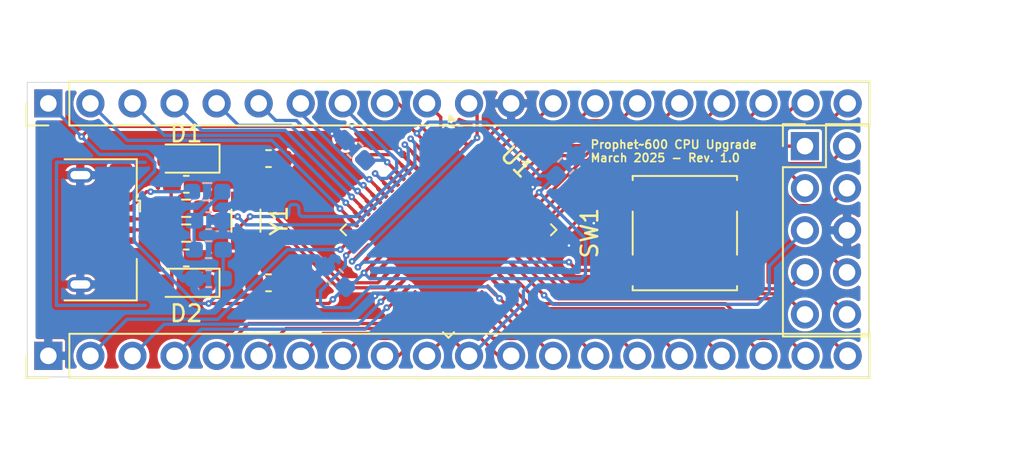
<source format=kicad_pcb>
(kicad_pcb
	(version 20241229)
	(generator "pcbnew")
	(generator_version "9.0")
	(general
		(thickness 1.6)
		(legacy_teardrops no)
	)
	(paper "A4")
	(layers
		(0 "F.Cu" signal)
		(2 "B.Cu" signal)
		(9 "F.Adhes" user "F.Adhesive")
		(11 "B.Adhes" user "B.Adhesive")
		(13 "F.Paste" user)
		(15 "B.Paste" user)
		(5 "F.SilkS" user "F.Silkscreen")
		(7 "B.SilkS" user "B.Silkscreen")
		(1 "F.Mask" user)
		(3 "B.Mask" user)
		(17 "Dwgs.User" user "User.Drawings")
		(19 "Cmts.User" user "User.Comments")
		(21 "Eco1.User" user "User.Eco1")
		(23 "Eco2.User" user "User.Eco2")
		(25 "Edge.Cuts" user)
		(27 "Margin" user)
		(31 "F.CrtYd" user "F.Courtyard")
		(29 "B.CrtYd" user "B.Courtyard")
		(35 "F.Fab" user)
		(33 "B.Fab" user)
		(39 "User.1" user)
		(41 "User.2" user)
		(43 "User.3" user)
		(45 "User.4" user)
		(47 "User.5" user)
		(49 "User.6" user)
		(51 "User.7" user)
		(53 "User.8" user)
		(55 "User.9" user)
	)
	(setup
		(stackup
			(layer "F.SilkS"
				(type "Top Silk Screen")
			)
			(layer "F.Paste"
				(type "Top Solder Paste")
			)
			(layer "F.Mask"
				(type "Top Solder Mask")
				(thickness 0.01)
			)
			(layer "F.Cu"
				(type "copper")
				(thickness 0.035)
			)
			(layer "dielectric 1"
				(type "core")
				(thickness 1.51)
				(material "FR4")
				(epsilon_r 4.5)
				(loss_tangent 0.02)
			)
			(layer "B.Cu"
				(type "copper")
				(thickness 0.035)
			)
			(layer "B.Mask"
				(type "Bottom Solder Mask")
				(thickness 0.01)
			)
			(layer "B.Paste"
				(type "Bottom Solder Paste")
			)
			(layer "B.SilkS"
				(type "Bottom Silk Screen")
			)
			(copper_finish "None")
			(dielectric_constraints no)
		)
		(pad_to_mask_clearance 0)
		(allow_soldermask_bridges_in_footprints no)
		(tenting front back)
		(pcbplotparams
			(layerselection 0x00000000_00000000_55555555_5755f5ff)
			(plot_on_all_layers_selection 0x00000000_00000000_00000000_00000000)
			(disableapertmacros no)
			(usegerberextensions no)
			(usegerberattributes yes)
			(usegerberadvancedattributes yes)
			(creategerberjobfile yes)
			(dashed_line_dash_ratio 12.000000)
			(dashed_line_gap_ratio 3.000000)
			(svgprecision 4)
			(plotframeref no)
			(mode 1)
			(useauxorigin no)
			(hpglpennumber 1)
			(hpglpenspeed 20)
			(hpglpendiameter 15.000000)
			(pdf_front_fp_property_popups yes)
			(pdf_back_fp_property_popups yes)
			(pdf_metadata yes)
			(pdf_single_document no)
			(dxfpolygonmode yes)
			(dxfimperialunits yes)
			(dxfusepcbnewfont yes)
			(psnegative no)
			(psa4output no)
			(plot_black_and_white yes)
			(plotinvisibletext no)
			(sketchpadsonfab no)
			(plotpadnumbers no)
			(hidednponfab no)
			(sketchdnponfab yes)
			(crossoutdnponfab yes)
			(subtractmaskfromsilk no)
			(outputformat 5)
			(mirror no)
			(drillshape 0)
			(scaleselection 1)
			(outputdirectory "Drawings/")
		)
	)
	(net 0 "")
	(net 1 "GND")
	(net 2 "/XTAL_P")
	(net 3 "/XTAL_N")
	(net 4 "/USB_D_P")
	(net 5 "/USB_D_N")
	(net 6 "/+VBus_Unfiltered")
	(net 7 "+5V")
	(net 8 "Net-(U1-UCAP)")
	(net 9 "/+VBus_Conn")
	(net 10 "/C1")
	(net 11 "/D0")
	(net 12 "/D6")
	(net 13 "/D2")
	(net 14 "/C7")
	(net 15 "/C5")
	(net 16 "/D3")
	(net 17 "/E1")
	(net 18 "/C3")
	(net 19 "/D7")
	(net 20 "/D5")
	(net 21 "/C2")
	(net 22 "/D1")
	(net 23 "/C0")
	(net 24 "/C6")
	(net 25 "/C4")
	(net 26 "/B7")
	(net 27 "/D4")
	(net 28 "/A6")
	(net 29 "/A3")
	(net 30 "/A2")
	(net 31 "/A0")
	(net 32 "/A5")
	(net 33 "/E2")
	(net 34 "/A1")
	(net 35 "/A7")
	(net 36 "/A4")
	(net 37 "/USB_T_D_P")
	(net 38 "/USB_T_D_N")
	(net 39 "/RESET")
	(net 40 "/F3")
	(net 41 "/B4")
	(net 42 "/F6")
	(net 43 "/F0")
	(net 44 "/F4")
	(net 45 "/E5")
	(net 46 "/F1")
	(net 47 "/B0")
	(net 48 "/F7")
	(net 49 "/E3")
	(net 50 "/F2")
	(net 51 "/B5")
	(net 52 "/B3")
	(net 53 "/B2")
	(net 54 "/B6")
	(net 55 "/E7")
	(net 56 "/E6")
	(net 57 "/F5")
	(net 58 "/B1")
	(net 59 "unconnected-(J5-ID-Pad4)")
	(footprint "Connector_USB:USB_Micro-B_Amphenol_10118193-0001LF_Horizontal" (layer "F.Cu") (at 54 34.3 -90))
	(footprint "Connector_PinHeader_2.54mm:PinHeader_2x05_P2.54mm_Vertical" (layer "F.Cu") (at 97.75 29.25))
	(footprint "Resistor_SMD:R_0603_1608Metric_Pad0.98x0.95mm_HandSolder" (layer "F.Cu") (at 60.397 34.5))
	(footprint "Crystal:Crystal_SMD_3215-2Pin_3.2x1.5mm" (layer "F.Cu") (at 64 33.75 -90))
	(footprint "Button_Switch_SMD:SW_SPST_B3S-1000" (layer "F.Cu") (at 90.5 34.5))
	(footprint "Connector_PinHeader_2.54mm:PinHeader_1x20_P2.54mm_Vertical" (layer "F.Cu") (at 52.07 26.67 90))
	(footprint "Diode_SMD:D_SOD-323_HandSoldering" (layer "F.Cu") (at 60.397 37.5 180))
	(footprint "Package_DFN_QFN:QFN-64-1EP_9x9mm_P0.5mm_EP7.5x7.5mm" (layer "F.Cu") (at 76.23 34.3 -45))
	(footprint "Capacitor_SMD:C_0603_1608Metric_Pad1.08x0.95mm_HandSolder" (layer "F.Cu") (at 70.59012 29.49012 -45))
	(footprint "Capacitor_SMD:C_0603_1608Metric_Pad1.08x0.95mm_HandSolder" (layer "F.Cu") (at 65.362501 30 180))
	(footprint "Capacitor_SMD:C_0603_1608Metric_Pad1.08x0.95mm_HandSolder" (layer "F.Cu") (at 60.397 36))
	(footprint "Diode_SMD:D_SOD-323_HandSoldering" (layer "F.Cu") (at 60.397 30 180))
	(footprint "Capacitor_SMD:C_0603_1608Metric_Pad1.08x0.95mm_HandSolder" (layer "F.Cu") (at 60.397 31.553))
	(footprint "Connector_PinHeader_2.54mm:PinHeader_1x20_P2.54mm_Vertical" (layer "F.Cu") (at 52.07 41.91 90))
	(footprint "Resistor_SMD:R_0603_1608Metric_Pad0.98x0.95mm_HandSolder" (layer "F.Cu") (at 60.397 33))
	(footprint "Capacitor_SMD:C_0603_1608Metric_Pad1.08x0.95mm_HandSolder" (layer "F.Cu") (at 65.362501 37.5 180))
	(footprint "Capacitor_SMD:C_0603_1608Metric_Pad1.08x0.95mm_HandSolder" (layer "B.Cu") (at 69.39012 37.14012 135))
	(footprint "Capacitor_SMD:C_0603_1608Metric_Pad1.08x0.95mm_HandSolder" (layer "B.Cu") (at 83.30988 30.44012 45))
	(footprint "Resistor_SMD:R_0603_1608Metric_Pad0.98x0.95mm_HandSolder" (layer "B.Cu") (at 61.6625 32 180))
	(footprint "Capacitor_SMD:C_0603_1608Metric_Pad1.08x0.95mm_HandSolder" (layer "B.Cu") (at 70.59012 29.49012 135))
	(footprint "Capacitor_SMD:C_0603_1608Metric_Pad1.08x0.95mm_HandSolder" (layer "B.Cu") (at 61.75 33.75))
	(footprint "Capacitor_SMD:C_0603_1608Metric_Pad1.08x0.95mm_HandSolder" (layer "B.Cu") (at 61.75 37.25 180))
	(footprint "Inductor_SMD:L_0603_1608Metric_Pad1.05x0.95mm_HandSolder" (layer "B.Cu") (at 61.75 35.5))
	(gr_rect
		(start 50.8 25.4)
		(end 101.6 43.18)
		(stroke
			(width 0.05)
			(type default)
		)
		(fill no)
		(layer "Edge.Cuts")
		(uuid "3e003ae7-0e37-4d46-97de-369c6ad09da2")
	)
	(gr_text "Prophet~600 CPU Upgrade\nMarch 2025 - Rev. 1.0\n"
		(at 84.75 30.25 0)
		(layer "F.SilkS")
		(uuid "b4890089-e904-4262-9a2c-3f133fa3b9b3")
		(effects
			(font
				(size 0.5 0.5)
				(thickness 0.1)
			)
			(justify left bottom)
		)
	)
	(segment
		(start 52.563 38.864)
		(end 57.923 38.864)
		(width 0.2)
		(layer "B.Cu")
		(net 0)
		(uuid "6e64fd9f-81ec-41e4-9257-8c1db3d531b0")
	)
	(segment
		(start 52.563 30.224)
		(end 57.923 30.224)
		(width 0.2)
		(layer "B.Cu")
		(net 0)
		(uuid "7e04b44a-1a48-4313-8eb7-7a954881fa95")
	)
	(segment
		(start 52.563 38.864)
		(end 52.563 30.224)
		(width 0.2)
		(layer "B.Cu")
		(net 0)
		(uuid "b2b9268e-10e7-48a6-8eca-a7729b3de4db")
	)
	(segment
		(start 77.052012 28.881794)
		(end 77.052012 28.881795)
		(width 0.2)
		(layer "F.Cu")
		(net 1)
		(uuid "0e562919-bce5-42b0-9af9-96118fac3ede")
	)
	(segment
		(start 69.6 28.5)
		(end 69.98024 28.88024)
		(width 0.2)
		(layer "F.Cu")
		(net 1)
		(uuid "0f15d614-f831-4e94-9cb9-a625b9c81019")
	)
	(segment
		(start 80.587546 32.417328)
		(end 80.622105 32.417328)
		(width 0.2)
		(layer "F.Cu")
		(net 1)
		(uuid "1b336b2a-3816-490e-92e5-011fbd4e8fa5")
	)
	(segment
		(start 80.587546 32.417328)
		(end 80.618222 32.417328)
		(width 0.2)
		(layer "F.Cu")
		(net 1)
		(uuid "2987e664-d63e-4858-8d2a-aa210367082e")
	)
	(segment
		(start 77.052012 28.881795)
		(end 77.405565 29.235348)
		(width 0.2)
		(layer "F.Cu")
		(net 1)
		(uuid "362f0905-8be8-4052-bb60-23a92c532721")
	)
	(segment
		(start 74.096008 30.296008)
		(end 76.23 32.43)
		(width 0.2)
		(layer "F.Cu")
		(net 1)
		(uuid "42e4c572-911c-46f7-a5c1-4ae4a74840b2")
	)
	(segment
		(start 78.704874 34.3)
		(end 76.23 34.3)
		(width 0.2)
		(layer "F.Cu")
		(net 1)
		(uuid "42ffe09a-7e36-4d1e-b79e-da7cf252ae5e")
	)
	(segment
		(start 73.993775 30.268212)
		(end 73.237117 29.511554)
		(width 0.2)
		(layer "F.Cu")
		(net 1)
		(uuid "4c6bceec-7ec8-4e9c-927b-1cad5350e17b")
	)
	(segment
		(start 72.605803 28.88024)
		(end 73.237117 29.511554)
		(width 0.2)
		(layer "F.Cu")
		(net 1)
		(uuid "54815b71-f749-469b-849e-18ef8b280a66")
	)
	(segment
		(start 72.226008 36.536225)
		(end 74.462233 34.3)
		(width 0.2)
		(layer "F.Cu")
		(net 1)
		(uuid "56d79eed-815a-48f8-9b87-667136ad0757")
	)
	(segment
		(start 80.587546 32.417328)
		(end 78.704874 34.3)
		(width 0.2)
		(layer "F.Cu")
		(net 1)
		(uuid "744742a5-0df5-423c-91ba-55f074410913")
	)
	(segment
		(start 76.23 30.410913)
		(end 77.405565 29.235348)
		(width 0.2)
		(layer "F.Cu")
		(net 1)
		(uuid "7b547657-1503-49f4-900b-94a605829ab3")
	)
	(segment
		(start 76.23 34.3)
		(end 76.23 30.410913)
		(width 0.2)
		(layer "F.Cu")
		(net 1)
		(uuid "7d5a1228-4f3b-48a1-b03e-d1acd7426c5f")
	)
	(segment
		(start 76.23 32.43)
		(end 76.23 34.3)
		(width 0.2)
		(layer "F.Cu")
		(net 1)
		(uuid "a7879c38-4435-4782-87f2-bce6fba41265")
	)
	(segment
		(start 80.622105 32.417328)
		(end 81.317386 31.722047)
		(width 0.2)
		(layer "F.Cu")
		(net 1)
		(uuid "ab66a14a-09ae-40cf-9fa7-18bdacdddaf0")
	)
	(segment
		(start 73.993775 30.296008)
		(end 74.096008 30.296008)
		(width 0.2)
		(layer "F.Cu")
		(net 1)
		(uuid "be60c49d-0485-43aa-87f0-3f87f83649a8")
	)
	(segment
		(start 73.993775 30.296008)
		(end 73.993775 30.268212)
		(width 0.2)
		(layer "F.Cu")
		(net 1)
		(uuid "c341c100-b82c-4996-abd3-6f842a96f6c7")
	)
	(segment
		(start 69.66048 29.2)
		(end 69.98024 28.88024)
		(width 0.2)
		(layer "F.Cu")
		(net 1)
		(uuid "ccdacea8-7772-4e45-b532-dbc7efab47c4")
	)
	(segment
		(start 69.2 28.5)
		(end 69.6 28.5)
		(width 0.2)
		(layer "F.Cu")
		(net 1)
		(uuid "cdcd656e-5e61-4190-a34f-08794b5448b5")
	)
	(segment
		(start 69.98024 28.88024)
		(end 72.605803 28.88024)
		(width 0.2)
		(layer "F.Cu")
		(net 1)
		(uuid "dee64817-b60f-4621-ba98-0660f60b24ee")
	)
	(segment
		(start 74.462233 34.3)
		(end 76.23 34.3)
		(width 0.2)
		(layer "F.Cu")
		(net 1)
		(uuid "eb2454d8-6553-48fa-9820-1c78c0cdaf92")
	)
	(via
		(at 85 33.9)
		(size 0.4)
		(drill 0.15)
		(layers "F.Cu" "B.Cu")
		(free yes)
		(net 1)
		(uuid "015ec979-b055-48ac-b09b-23eb1301045e")
	)
	(via
		(at 73.237117 29.511554)
		(size 0.4)
		(drill 0.15)
		(layers "F.Cu" "B.Cu")
		(net 1)
		(uuid "016c425c-51dc-4e2e-8b4c-3d5413d5aeac")
	)
	(via
		(at 83.5 35.25)
		(size 0.4)
		(drill 0.15)
		(layers "F.Cu" "B.Cu")
		(free yes)
		(net 1)
		(uuid "2d899c05-fafb-4c83-b2bc-5abf305b7231")
	)
	(via
		(at 81.317386 31.722047)
		(size 0.4)
		(drill 0.15)
		(layers "F.Cu" "B.Cu")
		(net 1)
		(uuid "4980a044-950a-442b-8933-73c55b827bbd")
	)
	(via
		(at 69.2 28.5)
		(size 0.4)
		(drill 0.15)
		(layers "F.Cu" "B.Cu")
		(net 1)
		(uuid "6bb74547-c88c-4a4e-8fbc-eb2eb9eea014")
	)
	(via
		(at 71.79289 38.29289)
		(size 0.4)
		(drill 0.15)
		(layers "F.Cu" "B.Cu")
		(free yes)
		(net 1)
		(uuid "ec1a2f6a-2825-4214-85af-59ff0952bbc3")
	)
	(segment
		(start 69.98024 28.88024)
		(end 69.58024 28.88024)
		(width 0.2)
		(layer "B.Cu")
		(net 1)
		(uuid "51cdc66e-52f1-4c3d-aaa8-0857fcf39f55")
	)
	(segment
		(start 69.58024 28.88024)
		(end 69.2 28.5)
		(width 0.2)
		(layer "B.Cu")
		(net 1)
		(uuid "ce249a00-d647-43da-a8bc-ce7f7b104d74")
	)
	(segment
		(start 66.75 35)
		(end 69.551 37.801)
		(width 0.2)
		(layer "F.Cu")
		(net 2)
		(uuid "0590e219-c491-4e7d-bef0-ae944464ce49")
	)
	(segment
		(start 65.187584 34.76)
		(end 65.187584 34.744476)
		(width 0.2)
		(layer "F.Cu")
		(net 2)
		(uuid "06ce25f5-4d86-4a93-b947-e9e81d5a8e38")
	)
	(segment
		(start 72.375447 37.801)
		(end 72.933115 37.243332)
		(width 0.2)
		(layer "F.Cu")
		(net 2)
		(uuid "27a76b29-55a1-4da5-b3a4-7e03a4d4d034")
	)
	(segment
		(start 64.612501 37.5)
		(end 64.612501 35.6125)
		(width 0.2)
		(layer "F.Cu")
		(net 2)
		(uuid "3c9ec6bf-b7e6-4e8f-8e03-f912d634c322")
	)
	(segment
		(start 65.427584 34.504476)
		(end 65.547584 34.504476)
		(width 0.2)
		(layer "F.Cu")
		(net 2)
		(uuid "8b251772-90db-4a1b-8319-e3dd72d62e75")
	)
	(segment
		(start 65.787584 34.744476)
		(end 65.787584 34.76)
		(width 0.2)
		(layer "F.Cu")
		(net 2)
		(uuid "9549ab86-499c-45dc-bc5b-af823b1976a6")
	)
	(segment
		(start 66.027584 35)
		(end 66.147584 35)
		(width 0.2)
		(layer "F.Cu")
		(net 2)
		(uuid "9c9d23fb-d89c-4cec-aa9b-489dad30a908")
	)
	(segment
		(start 69.551 37.801)
		(end 72.375447 37.801)
		(width 0.2)
		(layer "F.Cu")
		(net 2)
		(uuid "bb6c43e1-5ce5-4b03-bbae-affa772fc610")
	)
	(segment
		(start 64.000001 35)
		(end 64.947584 35)
		(width 0.2)
		(layer "F.Cu")
		(net 2)
		(uuid "d361f094-5c17-4add-be52-1b6118802292")
	)
	(segment
		(start 64.612501 35.6125)
		(end 64 34.999999)
		(width 0.2)
		(layer "F.Cu")
		(net 2)
		(uuid "d72e660e-1f88-47be-ab97-d94a756c86e7")
	)
	(segment
		(start 64 34.999999)
		(end 64.000001 35)
		(width 0.2)
		(layer "F.Cu")
		(net 2)
		(uuid "e335820d-96f3-48db-b76e-0429785420cf")
	)
	(segment
		(start 66.147584 35)
		(end 66.75 35)
		(width 0.2)
		(layer "F.Cu")
		(net 2)
		(uuid "f6094634-e93c-4b2d-a771-37e1b5bd3213")
	)
	(arc
		(start 65.547584 34.504476)
		(mid 65.71729 34.57477)
		(end 65.787584 34.744476)
		(width 0.2)
		(layer "F.Cu")
		(net 2)
		(uuid "6c533be0-08e2-4260-a114-059f7ee13109")
	)
	(arc
		(start 65.187584 34.744476)
		(mid 65.257878 34.57477)
		(end 65.427584 34.504476)
		(width 0.2)
		(layer "F.Cu")
		(net 2)
		(uuid "b9b5c86c-e41a-4e2c-a505-ccbb107b2820")
	)
	(arc
		(start 65.787584 34.76)
		(mid 65.857878 34.929706)
		(end 66.027584 35)
		(width 0.2)
		(layer "F.Cu")
		(net 2)
		(uuid "bcd609ca-c682-45b0-90d2-6efd36fd543a")
	)
	(arc
		(start 64.947584 35)
		(mid 65.11729 34.929706)
		(end 65.187584 34.76)
		(width 0.2)
		(layer "F.Cu")
		(net 2)
		(uuid "d4273c52-823b-4a7e-a50b-a6d88eb95cce")
	)
	(segment
		(start 71.96934 37.5)
		(end 69.75 37.5)
		(width 0.2)
		(layer "F.Cu")
		(net 3)
		(uuid "0232274e-b34f-40aa-97a3-bda7f8585c0d")
	)
	(segment
		(start 65.90855 33.65855)
		(end 65.901 33.6661)
		(width 0.2)
		(layer "F.Cu")
		(net 3)
		(uuid "089b7dbf-983a-4799-b2db-88c2c45473a2")
	)
	(segment
		(start 64.750001 32.500001)
		(end 64 32.500001)
		(width 0.2)
		(layer "F.Cu")
		(net 3)
		(uuid "3cb76dad-e01e-4d9d-afe2-54b5a3b020c0")
	)
	(segment
		(start 64.612501 30)
		(end 64.612501 31.8875)
		(width 0.2)
		(layer "F.Cu")
		(net 3)
		(uuid "440dd9c1-c7f2-4a45-8868-0b19a2c70aa6")
	)
	(segment
		(start 69.75 37.5)
		(end 66 33.75)
		(width 0.2)
		(layer "F.Cu")
		(net 3)
		(uuid "55c28501-65af-4846-8101-ac67095ebd0d")
	)
	(segment
		(start 64.612501 31.8875)
		(end 64 32.500001)
		(width 0.2)
		(layer "F.Cu")
		(net 3)
		(uuid "55cd29cd-6f38-43ba-ae82-7c7b4edff84e")
	)
	(segment
		(start 66 33.75)
		(end 65.90855 33.65855)
		(width 0.2)
		(layer "F.Cu")
		(net 3)
		(uuid "5af1af7b-9bc9-41d2-b63f-962ef268900a")
	)
	(segment
		(start 66 33.75)
		(end 64.750001 32.500001)
		(width 0.2)
		(layer "F.Cu")
		(net 3)
		(uuid "85e8b108-ceb0-4b9b-9b7e-45f71fd6c8e7")
	)
	(segment
		(start 72.579561 36.889779)
		(end 71.96934 37.5)
		(width 0.2)
		(layer "F.Cu")
		(net 3)
		(uuid "df2b80ee-2c6b-4362-a6c4-ce96015d5d7c")
	)
	(segment
		(start 59.522 36.0125)
		(end 59.5345 36)
		(width 0.2)
		(layer "F.Cu")
		(net 4)
		(uuid "1d09a090-4854-40ec-bbc0-a1be111ce7c7")
	)
	(segment
		(start 59.4845 34.5)
		(end 59.4845 35.95)
		(width 0.2)
		(layer "F.Cu")
		(net 4)
		(uuid "59902384-de5d-4506-9b28-51d492d0f302")
	)
	(segment
		(start 59.2845 34.3)
		(end 59.4845 34.5)
		(width 0.2)
		(layer "F.Cu")
		(net 4)
		(uuid "68f5bc4e-b4b8-481e-808a-dc4ca57ad17d")
	)
	(segment
		(start 59.4845 35.95)
		(end 59.5345 36)
		(width 0.2)
		(layer "F.Cu")
		(net 4)
		(uuid "6951da37-e8ce-449b-93fd-c415e8d7f673")
	)
	(segment
		(start 59.522 37.5)
		(end 59.522 36.0125)
		(width 0.2)
		(layer "F.Cu")
		(net 4)
		(uuid "6fee9299-c97d-497c-adf4-ac094084f5f4")
	)
	(segment
		(start 56.675001 34.3)
		(end 59.2845 34.3)
		(width 0.2)
		(layer "F.Cu")
		(net 4)
		(uuid "994d71a8-4fe0-4865-8cf3-b92678625887")
	)
	(segment
		(start 58.8345 33.65)
		(end 59.4845 33)
		(width 0.2)
		(layer "F.Cu")
		(net 5)
		(uuid "3d50e517-7fd5-43c2-bebc-230e21a34389")
	)
	(segment
		(start 59.6595 31.653)
		(end 59.7095 31.603)
		(width 0.2)
		(layer "F.Cu")
		(net 5)
		(uuid "64b37b04-c2e5-444a-960a-dd902477d17c")
	)
	(segment
		(start 59.4845 33)
		(end 59.4845 31.603)
		(width 0.2)
		(layer "F.Cu")
		(net 5)
		(uuid "978f99b2-2d96-4fd6-a4ad-ca5368322b28")
	)
	(segment
		(start 59.522 31.5405)
		(end 59.5345 31.553)
		(width 0.2)
		(layer "F.Cu")
		(net 5)
		(uuid "99203ee8-71fc-440c-b46b-f2146b5974fe")
	)
	(segment
		(start 59.4845 31.603)
		(end 59.5345 31.553)
		(width 0.2)
		(layer "F.Cu")
		(net 5)
		(uuid "a0710488-f197-4835-9e83-bc28f369a477")
	)
	(segment
		(start 59.522 30)
		(end 59.522 31.5405)
		(width 0.2)
		(layer "F.Cu")
		(net 5)
		(uuid "e961ed6b-623d-4c5a-83bb-100427b95e18")
	)
	(segment
		(start 59.647 31.653)
		(end 59.697 31.603)
		(width 0.2)
		(layer "F.Cu")
		(net 5)
		(uuid "f6407939-76ba-4a83-ac7c-461f673a9ee0")
	)
	(segment
		(start 56.675 33.65)
		(end 58.8345 33.65)
		(width 0.2)
		(layer "F.Cu")
		(net 5)
		(uuid "f70a648d-759b-4572-96f5-d03f143ac732")
	)
	(segment
		(start 62.575 32)
		(end 62.520953 32)
		(width 0.2)
		(layer "B.Cu")
		(net 6)
		(uuid "177a00ac-b409-449b-a18f-7527a6ced271")
	)
	(segment
		(start 62.575 32.062499)
		(end 60.887499 33.75)
		(width 0.2)
		(layer "B.Cu")
		(net 6)
		(uuid "8dddaa6b-c5d2-4ef0-b68a-0247747216da")
	)
	(segment
		(start 62.575 32)
		(end 62.575 32.062499)
		(width 0.2)
		(layer "B.Cu")
		(net 6)
		(uuid "b1b8d811-430c-462a-94ad-98d0f03ebbc0")
	)
	(segment
		(start 60.875001 33.699999)
		(end 60.875001 35.5)
		(width 0.2)
		(layer "B.Cu")
		(net 6)
		(uuid "e1fcc0b0-f9e6-4148-b6fa-4f2f68ded0f2")
	)
	(segment
		(start 62.575 32)
		(end 60.875001 33.699999)
		(width 0.2)
		(layer "B.Cu")
		(net 6)
		(uuid "f289299f-e9c5-4eb2-9c90-5315d7e8d228")
	)
	(segment
		(start 73.286668 31.003115)
		(end 73.286668 30.975321)
		(width 0.2)
		(layer "F.Cu")
		(net 7)
		(uuid "32a28282-ff5c-4f13-8849-f55f4f94623b")
	)
	(segment
		(start 74.309544 28.490456)
		(end 75.054435 29.235348)
		(width 0.2)
		(layer "F.Cu")
		(net 7)
		(uuid "3469cab3-d3c6-472e-865f-81482d95ed93")
	)
	(segment
		(start 71.845214 36.182672)
		(end 71.127886 36.9)
		(width 0.2)
		(layer "F.Cu")
		(net 7)
		(uuid "34b3084f-8935-47f9-9477-f727968e663d")
	)
	(segment
		(start 76.698458 28.098458)
		(end 76.698458 28.528241)
		(width 0.2)
		(layer "F.Cu")
		(net 7)
		(uuid "3e462a04-83aa-4aeb-8586-48e5ac9b30ab")
	)
	(segment
		(start 54.691983 28.058017)
		(end 70.4 28.058017)
		(width 0.2)
		(layer "F.Cu")
		(net 7)
		(uuid "6148e07b-61e8-4025-bbc8-342ac8717709")
	)
	(segment
		(start 69 38.75)
		(end 69.25 38.5)
		(width 0.2)
		(layer "F.Cu")
		(net 7)
		(uuid "74e86fb4-4195-41c0-a3c5-1952f8d1c506")
	)
	(segment
		(start 76.698458 41.138458)
		(end 76.698458 40.071759)
		(width 0.2)
		(layer "F.Cu")
		(net 7)
		(uuid "9051201a-7400-4da7-a133-b83d93dffb76")
	)
	(segment
		(start 74.309544 28.490456)
		(end 74.311468 28.490456)
		(width 0.2)
		(layer "F.Cu")
		(net 7)
		(uuid "95f4080d-18f8-42f3-ae63-6384716e4065")
	)
	(segment
		(start 77.47 41.91)
		(end 76.698458 41.138458)
		(width 0.2)
		(layer "F.Cu")
		(net 7)
		(uuid "97d70e11-e8c5-486c-a2d0-815be9896078")
	)
	(segment
		(start 61.75 38.75)
		(end 69 38.75)
		(width 0.2)
		(layer "F.Cu")
		(net 7)
		(uuid "a1006fd7-27bd-4427-a0ad-d4a46112dfe9")
	)
	(segment
		(start 76.4 27.8)
		(end 76.698458 28.098458)
		(width 0.2)
		(layer "F.Cu")
		(net 7)
		(uuid "afae4c83-0f14-413b-98f0-2b2b3e148613")
	)
	(segment
		(start 80.973576 32.770882)
		(end 81.697031 32.047427)
		(width 0.2)
		(layer "F.Cu")
		(net 7)
		(uuid "b141e3b6-3c28-4d1e-9faa-921215a97547")
	)
	(segment
		(start 73.877104 28.058017)
		(end 74.309544 28.490456)
		(width 0.2)
		(layer "F.Cu")
		(net 7)
		(uuid "bab80212-4e4e-45c3-a09b-6d9dbb017f53")
	)
	(segment
		(start 70.4 28.058017)
		(end 73.877104 28.058017)
		(width 0.2)
		(layer "F.Cu")
		(net 7)
		(uuid "bc6b27f5-5d74-4726-852e-8fa9a5d6d2d6")
	)
	(segment
		(start 80.941099 32.770882)
		(end 80.971778 32.770882)
		(width 0.2)
		(layer "F.Cu")
		(net 7)
		(uuid "e418821e-8d65-4bcf-9758-d92c211121c8")
	)
	(segment
		(start 74.311468 28.490456)
		(end 74.323432 28.478492)
		(width 0.2)
		(layer "F.Cu")
		(net 7)
		(uuid "e5fb0ff3-2a07-4cd9-835a-4db8a5f0796a")
	)
	(segment
		(start 71.127886 36.9)
		(end 71.027886 37)
		(width 0.2)
		(layer "F.Cu")
		(net 7)
		(uuid "ea2b9747-fa96-4def-876b-6a099f8ed2a1")
	)
	(segment
		(start 71.872454 36.182672)
		(end 71.845214 36.182672)
		(width 0.2)
		(layer "F.Cu")
		(net 7)
		(uuid "efb69064-b24c-43d1-9a84-659914375c1b")
	)
	(segment
		(start 73.286668 30.975321)
		(end 72.530091 30.218744)
		(width 0.2)
		(layer "F.Cu")
		(net 7)
		(uuid "f26d7a01-aeba-448e-87a3-cbfd30586b08")
	)
	(segment
		(start 80.941099 32.770882)
		(end 80.973576 32.770882)
		(width 0.2)
		(layer "F.Cu")
		(net 7)
		(uuid "f436f54a-a63b-4356-925c-ee7a9637033e")
	)
	(segment
		(start 54.075 28.675)
		(end 54.691983 28.058017)
		(width 0.2)
		(layer "F.Cu")
		(net 7)
		(uuid "f91d0279-67f6-40f7-a702-05631f6fcfce")
	)
	(via
		(at 70.4 28.058017)
		(size 0.4)
		(drill 0.15)
		(layers "F.Cu" "B.Cu")
		(net 7)
		(uuid "1d08ac88-54c7-49ac-be11-5fe8443c4599")
	)
	(via
		(at 76.4 27.8)
		(size 0.4)
		(drill 0.15)
		(layers "F.Cu" "B.Cu")
		(net 7)
		(uuid "2b78e116-9dc7-4faf-bbff-360f83a0f6df")
	)
	(via
		(at 71.127886 36.9)
		(size 0.4)
		(drill 0.15)
		(layers "F.Cu" "B.Cu")
		(net 7)
		(uuid "2cdb092f-f47c-4c57-8bd0-b7b1a718c8ca")
	)
	(via
		(at 54.075 28.675)
		(size 0.4)
		(drill 0.15)
		(layers "F.Cu" "B.Cu")
		(net 7)
		(uuid "46bc6158-238e-42aa-b68f-f78b3f9879ac")
	)
	(via
		(at 61.75 38.75)
		(size 0.4)
		(drill 0.15)
		(layers "F.Cu" "B.Cu")
		(net 7)
		(uuid "472cde7c-303c-4bbe-8c0c-f047ccfbe039")
	)
	(via
		(at 69.25 38.5)
		(size 0.4)
		(drill 0.15)
		(layers "F.Cu" "B.Cu")
		(net 7)
		(uuid "5dd04597-049f-4118-b014-088e7b04723e")
	)
	(via
		(at 74.323432 28.478492)
		(size 0.4)
		(drill 0.15)
		(layers "F.Cu" "B.Cu")
		(net 7)
		(uuid "6790f278-27c7-4f1f-85dc-52c511e89680")
	)
	(via
		(at 72.530091 30.218744)
		(size 0.4)
		(drill 0.15)
		(layers "F.Cu" "B.Cu")
		(net 7)
		(uuid "91883168-e824-4153-a9cc-e7903ec7ded0")
	)
	(via
		(at 81.697031 32.047427)
		(size 0.4)
		(drill 0.15)
		(layers "F.Cu" "B.Cu")
		(net 7)
		(uuid "de8457b8-d182-4327-abfa-3877158885c6")
	)
	(segment
		(start 70.277886 37.75)
		(end 71.127886 36.9)
		(width 0.2)
		(layer "B.Cu")
		(net 7)
		(uuid "02a177be-68a7-466f-bbf9-e70634ce0dd3")
	)
	(segment
		(start 84.5 34.850396)
		(end 81.697031 32.047427)
		(width 0.2)
		(layer "B.Cu")
		(net 7)
		(uuid "08a40317-80a8-4984-9326-72daeaa5e931")
	)
	(segment
		(start 62.25 37.612501)
		(end 62.612501 37.25)
		(width 0.2)
		(layer "B.Cu")
		(net 7)
		(uuid "0df3780c-9dc3-4268-8000-e911274a5cf6")
	)
	(segment
		(start 82.694458 31.05)
		(end 81.697031 32.047427)
		(width 0.2)
		(layer "B.Cu")
		(net 7)
		(uuid "12a671eb-a5bb-4c03-afb7-318600068242")
	)
	(segment
		(start 82.7 31.05)
		(end 82.694458 31.05)
		(width 0.2)
		(layer "B.Cu")
		(net 7)
		(uuid "1d0babb6-d8e3-4ae4-bf2f-aaa65fbb8ed8")
	)
	(segment
		(start 78.5 27.8)
		(end 81.75 31.05)
		(width 0.2)
		(layer "B.Cu")
		(net 7)
		(uuid "379370d3-1f1b-47e6-aea7-8623add84896")
	)
	(segment
		(start 81.75 31.05)
		(end 82.7 31.05)
		(width 0.2)
		(layer "B.Cu")
		(net 7)
		(uuid "3d52914d-a75d-4e9d-88cc-49e05defd5e3")
	)
	(segment
		(start 54.075 28.675)
		(end 54.2 28.8)
		(width 0.2)
		(layer "B.Cu")
		(net 7)
		(uuid "4495c3fd-aa3e-4512-b296-86a2569718db")
	)
	(segment
		(start 75.001924 27.8)
		(end 74.323432 28.478492)
		(width 0.2)
		(layer "B.Cu")
		(net 7)
		(uuid "449ca746-c680-453d-83c3-17cbeda8a342")
	)
	(segment
		(start 70 37.75)
		(end 70.277886 37.75)
		(width 0.2)
		(layer "B.Cu")
		(net 7)
		(uuid "4cb878c4-5a82-4740-b0dc-2cd118b5dd35")
	)
	(segment
		(start 81.5 37.25)
		(end 84.25 37.25)
		(width 0.2)
		(layer "B.Cu")
		(net 7)
		(uuid "4d870eeb-d068-47f5-b4e4-46f9f1c1e058")
	)
	(segment
		(start 80.75 38)
		(end 81.5 37.25)
		(width 0.2)
		(layer "B.Cu")
		(net 7)
		(uuid "54e93739-a9f3-484b-9842-ccd927ab2279")
	)
	(segment
		(start 61.75 38.75)
		(end 62.25 38.25)
		(width 0.2)
		(layer "B.Cu")
		(net 7)
		(uuid "5629c6ed-7cd1-4c29-91a6-75a694aaca4f")
	)
	(segment
		(start 55.15 29.75)
		(end 54.075 28.675)
		(width 0.2)
		(layer "B.Cu")
		(net 7)
		(uuid "594ec6fa-05b0-441a-a2d7-6a68e5d8e5a8")
	)
	(segment
		(start 58.5 30.75)
		(end 58.5 30.25)
		(width 0.2)
		(layer "B.Cu")
		(net 7)
		(uuid "5c5cb568-71d9-402e-ab5e-3448451cb5e0")
	)
	(segment
		(start 72.411347 30.1)
		(end 72.530091 30.218744)
		(width 0.2)
		(layer "B.Cu")
		(net 7)
		(uuid "5e0c7f77-22a3-491a-b0c8-15f84ce10533")
	)
	(segment
		(start 57.25 35)
		(end 57.25 32)
		(width 0.2)
		(layer "B.Cu")
		(net 7)
		(uuid "5e721502-57ac-401a-adf5-4f89d1998a0e")
	)
	(segment
		(start 70.4 28.088653)
		(end 70.4 28.058017)
		(width 0.2)
		(layer "B.Cu")
		(net 7)
		(uuid "60d4ebcc-5485-43fc-9299-31c736bc4ba8")
	)
	(segment
		(start 76.4 27.8)
		(end 78.5 27.8)
		(width 0.2)
		(layer "B.Cu")
		(net 7)
		(uuid "6594ccc9-9b96-41e7-8dca-17c0bd24d361")
	)
	(segment
		(start 80.75 38.75)
		(end 80.75 38)
		(width 0.2)
		(layer "B.Cu")
		(net 7)
		(uuid "6aa5cb74-363a-4516-9411-530fdcb3833e")
	)
	(segment
		(start 76.4 27.8)
		(end 75.001924 27.8)
		(width 0.2)
		(layer "B.Cu")
		(net 7)
		(uuid "6d88038e-7bcf-478e-9de4-86302122f40a")
	)
	(segment
		(start 70 37.75)
		(end 69.25 38.5)
		(width 0.2)
		(layer "B.Cu")
		(net 7)
		(uuid "6e941c34-f772-490d-8bdb-3d3e1e067889")
	)
	(segment
		(start 81.5 37.25)
		(end 71.477886 37.25)
		(width 0.2)
		(layer "B.Cu")
		(net 7)
		(uuid "81e0fb12-6864-4217-baa7-797966505c5a")
	)
	(segment
		(start 54.075 28.675)
		(end 52.07 26.67)
		(width 0.2)
		(layer "B.Cu")
		(net 7)
		(uuid "83ac389e-9943-4d7b-bbb3-8dc835915bd9")
	)
	(segment
		(start 84.5 37)
		(end 84.5 34.850396)
		(width 0.2)
		(layer "B.Cu")
		(net 7)
		(uuid "88b0772f-cb09-41f0-8fc6-be7d78c4fd9f")
	)
	(segment
		(start 61.75 38.75)
		(end 61 38.75)
		(width 0.2)
		(layer "B.Cu")
		(net 7)
		(uuid "90288e1a-4e80-41f2-932c-4e2a0ef792a6")
	)
	(segment
		(start 84.25 37.25)
		(end 84.5 37)
		(width 0.2)
		(layer "B.Cu")
		(net 7)
		(uuid "99a6a32f-faed-4b78-85e3-2e1f2f8f705d")
	)
	(segment
		(start 62.25 38.25)
		(end 62.25 37.612501)
		(width 0.2)
		(layer "B.Cu")
		(net 7)
		(uuid "b3111c69-3180-4917-a109-597202c0b37c")
	)
	(segment
		(start 77.47 41.91)
		(end 77.59 41.91)
		(width 0.2)
		(layer "B.Cu")
		(net 7)
		(uuid "b56dffe3-ef31-4f27-ac6c-c2b2404923a2")
	)
	(segment
		(start 62.624999 37.237502)
		(end 62.612501 37.25)
		(width 0.2)
		(layer "B.Cu")
		(net 7)
		(uuid "b5d39e57-ec61-41c9-b33c-173a1eba3a81")
	)
	(segment
		(start 71.2 30.1)
		(end 72.411347 30.1)
		(width 0.2)
		(layer "B.Cu")
		(net 7)
		(uuid "b6e4f7f2-73ad-417f-b057-4a5055e3e786")
	)
	(segment
		(start 72.530091 30.218744)
		(end 70.4 28.088653)
		(width 0.2)
		(layer "B.Cu")
		(net 7)
		(uuid "cbbd1e44-049b-4fb1-9c6b-4f98e3bfbca0")
	)
	(segment
		(start 61 38.75)
		(end 57.25 35)
		(width 0.2)
		(layer "B.Cu")
		(net 7)
		(uuid "cda7b1ce-2490-48d6-86b0-c818c8bb0951")
	)
	(segment
		(start 58 29.75)
		(end 55.15 29.75)
		(width 0.2)
		(layer "B.Cu")
		(net 7)
		(uuid "d5950aa7-4645-4188-ad8d-df6ef745060d")
	)
	(segment
		(start 58.5 30.25)
		(end 58 29.75)
		(width 0.2)
		(layer "B.Cu")
		(net 7)
		(uuid "dd9300a2-684a-4bc9-8d32-c5eb443a8c4a")
	)
	(segment
		(start 57.25 32)
		(end 58.5 30.75)
		(width 0.2)
		(layer "B.Cu")
		(net 7)
		(uuid "e33e5c2e-8727-4601-8cc3-463965fd40be")
	)
	(segment
		(start 71.477886 37.25)
		(end 71.127886 36.9)
		(width 0.2)
		(layer "B.Cu")
		(net 7)
		(uuid "e5268c36-aede-4716-987e-6913a991b68a")
	)
	(segment
		(start 62.624999 35.5)
		(end 62.624999 37.237502)
		(width 0.2)
		(layer "B.Cu")
		(net 7)
		(uuid "ef43c892-fbe2-404d-821f-e61609a57176")
	)
	(segment
		(start 77.59 41.91)
		(end 80.75 38.75)
		(width 0.2)
		(layer "B.Cu")
		(net 7)
		(uuid "f03f5db5-e987-479b-baf9-859638122e6f")
	)
	(segment
		(start 73.640221 30.621766)
		(end 72.884584 29.866129)
		(width 0.2)
		(layer "F.Cu")
		(net 8)
		(uuid "50d493d1-b6f9-4e85-9f7a-496fb702035c")
	)
	(segment
		(start 72.782579 29.764124)
		(end 71.535876 29.764124)
		(width 0.2)
		(layer "F.Cu")
		(net 8)
		(uuid "5e37ae91-2db2-4b67-b5fb-5cfd22e554ab")
	)
	(segment
		(start 71.535876 29.764124)
		(end 71.2 30.1)
		(width 0.2)
		(layer "F.Cu")
		(net 8)
		(uuid "746d95b8-e9d1-4f2f-8bd4-f9027982d154")
	)
	(segment
		(start 72.884584 29.866129)
		(end 72.782579 29.764124)
		(width 0.2)
		(layer "F.Cu")
		(net 8)
		(uuid "c63283d7-70f7-4741-a6e9-83c8320abde8")
	)
	(segment
		(start 73.640221 30.649561)
		(end 73.640221 30.621766)
		(width 0.2)
		(layer "F.Cu")
		(net 8)
		(uuid "dd26ba9d-e120-4cf1-a6c8-5fd201f9ab0a")
	)
	(segment
		(start 73.640221 30.649561)
		(end 73.640221 30.640221)
		(width 0.2)
		(layer "F.Cu")
		(net 8)
		(uuid "eeaaad48-d13c-40ed-85c0-95b4a21d66e0")
	)
	(segment
		(start 57 33)
		(end 56.675 33)
		(width 0.2)
		(layer "F.Cu")
		(net 9)
		(uuid "04c601d7-038e-43fc-b108-77973d57a369")
	)
	(segment
		(start 58 32)
		(end 57 33)
		(width 0.2)
		(layer "F.Cu")
		(net 9)
		(uuid "bc4964b3-302f-4077-9e8a-d1ee3c393e79")
	)
	(segment
		(start 58.25 32)
		(end 58 32)
		(width 0.2)
		(layer "F.Cu")
		(net 9)
		(uuid "e3b10760-8651-4eb6-9c07-e6c148cee7af")
	)
	(via
		(at 58.25 32)
		(size 0.4)
		(drill 0.15)
		(layers "F.Cu" "B.Cu")
		(net 9)
		(uuid "bc87f069-04b1-4f32-adb2-2be283961888")
	)
	(segment
		(start 58.25 32)
		(end 60.75 32)
		(width 0.2)
		(layer "B.Cu")
		(net 9)
		(uuid "43593ff1-98e0-480d-a09d-aa5efd69383e")
	)
	(segment
		(start 79.314158 40.56)
		(end 78.577079 39.822921)
		(width 0.2)
		(layer "F.Cu")
		(net 10)
		(uuid "0de96698-f2ff-43f2-8b77-b00e4ccff930")
	)
	(segment
		(start 85.09 41.91)
		(end 83.74 40.56)
		(width 0.2)
		(layer "F.Cu")
		(net 10)
		(uuid "343cecec-f5af-40ad-8c91-362565a47532")
	)
	(segment
		(start 83.74 40.56)
		(end 79.314158 40.56)
		(width 0.2)
		(layer "F.Cu")
		(net 10)
		(uuid "61d37dc8-7ef7-4f5d-8cb7-454f6764a35b")
	)
	(segment
		(start 77.759118 39.011099)
		(end 77.765257 39.011099)
		(width 0.2)
		(layer "F.Cu")
		(net 10)
		(uuid "bce8f6d2-d771-4566-a52a-ef6a62370aed")
	)
	(segment
		(start 77.765257 39.011099)
		(end 78.577079 39.822921)
		(width 0.2)
		(layer "F.Cu")
		(net 10)
		(uuid "cb7e677b-a681-441a-a429-33bebbe17903")
	)
	(segment
		(start 72.146445 38.646445)
		(end 73.196005 37.596885)
		(width 0.2)
		(layer "F.Cu")
		(net 11)
		(uuid "d048e2a6-eb7a-4c13-8f60-a93e2972cf99")
	)
	(segment
		(start 73.196005 37.596885)
		(end 73.286668 37.596885)
		(width 0.2)
		(layer "F.Cu")
		(net 11)
		(uuid "dc2bcb54-39b6-4240-8821-8b7a5375ca34")
	)
	(via
		(at 72.146445 38.646445)
		(size 0.4)
		(drill 0.15)
		(layers "F.Cu" "B.Cu")
		(net 11)
		(uuid "f57325c7-ebf6-4766-b613-f3d6cfcb9275")
	)
	(segment
		(start 70.79289 40)
		(end 59.06 40)
		(width 0.2)
		(layer "B.Cu")
		(net 11)
		(uuid "6c409fa5-fdb9-49a4-9a45-1c03b9f53745")
	)
	(segment
		(start 59.06 40)
		(end 57.15 41.91)
		(width 0.2)
		(layer "B.Cu")
		(net 11)
		(uuid "881139d6-f60c-4913-bd03-556628f40520")
	)
	(segment
		(start 72.146445 38.646445)
		(end 70.79289 40)
		(width 0.2)
		(layer "B.Cu")
		(net 11)
		(uuid "98b8df9c-b73e-4d0f-b6a5-7cac78035ffa")
	)
	(segment
		(start 73.216194 41.91)
		(end 75.407988 39.718206)
		(width 0.2)
		(layer "F.Cu")
		(net 12)
		(uuid "03372443-35e3-432b-b964-b7a2a77c518b")
	)
	(segment
		(start 72.39 41.91)
		(end 73.216194 41.91)
		(width 0.2)
		(layer "F.Cu")
		(net 12)
		(uuid "253bb45a-b69f-4a43-8c3a-cdb88cced7e8")
	)
	(segment
		(start 73.993775 38.303992)
		(end 72.337767 39.96)
		(width 0.2)
		(layer "F.Cu")
		(net 13)
		(uuid "22039d93-27ea-445c-bf0f-31f79954d381")
	)
	(segment
		(start 72.337767 39.96)
		(end 64.18 39.96)
		(width 0.2)
		(layer "F.Cu")
		(net 13)
		(uuid "d519e79d-2c70-43dd-bfc4-5caccf6b6cb1")
	)
	(segment
		(start 64.18 39.96)
		(end 62.23 41.91)
		(width 0.2)
		(layer "F.Cu")
		(net 13)
		(uuid "f87a6362-46cd-4456-a29c-991f196472b4")
	)
	(segment
		(start 81.76 38.76)
		(end 92.948528 38.76)
		(width 0.2)
		(layer "F.Cu")
		(net 14)
		(uuid "785ca0ea-5a4e-47bc-a103-c1e311fab3c3")
	)
	(segment
		(start 94.719264 40.530736)
		(end 98.950736 40.530736)
		(width 0.2)
		(layer "F.Cu")
		(net 14)
		(uuid "7948764d-eaa8-45d3-bbb8-164abc1e6c87")
	)
	(segment
		(start 98.950736 40.530736)
		(end 100.33 41.91)
		(width 0.2)
		(layer "F.Cu")
		(net 14)
		(uuid "85dc0a06-450f-41a3-8e17-6f475280d7b3")
	)
	(segment
		(start 92.948528 38.76)
		(end 94.719264 40.530736)
		(width 0.2)
		(layer "F.Cu")
		(net 14)
		(uuid "d5908a84-f590-433c-bd9f-c81bd55b759f")
	)
	(segment
		(start 79.889779 36.889779)
		(end 81.76 38.76)
		(width 0.2)
		(layer "F.Cu")
		(net 14)
		(uuid "fb6af97c-0707-404b-b660-3a2a021d3ffd")
	)
	(segment
		(start 79.880439 36.889779)
		(end 79.889779 36.889779)
		(width 0.2)
		(layer "F.Cu")
		(net 14)
		(uuid "ff432b2e-95ac-4174-9da1-72a895c3f358")
	)
	(segment
		(start 79.173332 37.596885)
		(end 80.936447 39.36)
		(width 0.2)
		(layer "F.Cu")
		(net 15)
		(uuid "1c039c15-0c1a-4e93-91c2-ec44e284063b")
	)
	(segment
		(start 92.7 39.36)
		(end 95.25 41.91)
		(width 0.2)
		(layer "F.Cu")
		(net 15)
		(uuid "3871bc5c-7a2b-4e20-9f22-0489c403c5ae")
	)
	(segment
		(start 80.936447 39.36)
		(end 92.7 39.36)
		(width 0.2)
		(layer "F.Cu")
		(net 15)
		(uuid "def4ca43-d25d-4370-8208-ee3de6b00627")
	)
	(segment
		(start 72.744874 40.26)
		(end 66.42 40.26)
		(width 0.2)
		(layer "F.Cu")
		(net 16)
		(uuid "2619c91d-81e4-4152-b42c-b110d797e095")
	)
	(segment
		(start 66.42 40.26)
		(end 64.77 41.91)
		(width 0.2)
		(layer "F.Cu")
		(net 16)
		(uuid "2be912ce-90a6-4485-8ab6-1cfac9f04961")
	)
	(segment
		(start 74.347328 38.657546)
		(end 72.744874 40.26)
		(width 0.2)
		(layer "F.Cu")
		(net 16)
		(uuid "331d5cd3-9b4d-4277-8b67-cfcf649b92b6")
	)
	(segment
		(start 77.052012 39.718206)
		(end 79.243806 41.91)
		(width 0.2)
		(layer "F.Cu")
		(net 17)
		(uuid "09efc78a-35e0-4f63-bb10-fc3555b75054")
	)
	(segment
		(start 79.243806 41.91)
		(end 80.01 41.91)
		(width 0.2)
		(layer "F.Cu")
		(net 17)
		(uuid "1a5fed5a-7ec6-4f49-ac0d-b48b2dd2a363")
	)
	(segment
		(start 80.122233 39.96)
		(end 88.22 39.96)
		(width 0.2)
		(layer "F.Cu")
		(net 18)
		(uuid "5f4a3521-64f1-4ff8-be11-aa1d677ceb93")
	)
	(segment
		(start 88.22 39.96)
		(end 90.17 41.91)
		(width 0.2)
		(layer "F.Cu")
		(net 18)
		(uuid "880d735b-1226-40f8-ac1a-b2b5fe418847")
	)
	(segment
		(start 78.466225 38.303992)
		(end 80.122233 39.96)
		(width 0.2)
		(layer "F.Cu")
		(net 18)
		(uuid "a7af017c-cba3-41d7-b8b1-dee820041cb4")
	)
	(segment
		(start 75.761542 41.078458)
		(end 74.93 41.91)
		(width 0.2)
		(layer "F.Cu")
		(net 19)
		(uuid "874a2f17-4473-4baf-bfdc-830b7cc6aa81")
	)
	(segment
		(start 75.761542 40.071759)
		(end 75.761542 41.078458)
		(width 0.2)
		(layer "F.Cu")
		(net 19)
		(uuid "bef8d0ad-bb57-48a1-a5de-cc829dd1129a")
	)
	(segment
		(start 75.054435 39.364652)
		(end 75.035348 39.364652)
		(width 0.2)
		(layer "F.Cu")
		(net 20)
		(uuid "7813c21d-01de-4444-afe7-dbda1f67c642")
	)
	(segment
		(start 70.9 40.86)
		(end 69.85 41.91)
		(width 0.2)
		(layer "F.Cu")
		(net 20)
		(uuid "7fdac854-c9bc-4573-83a5-609a234aedb9")
	)
	(segment
		(start 73.54 40.86)
		(end 70.9 40.86)
		(width 0.2)
		(layer "F.Cu")
		(net 20)
		(uuid "a9bdd20e-6896-4764-933e-fe58be4eba0a")
	)
	(segment
		(start 75.035348 39.364652)
		(end 73.54 40.86)
		(width 0.2)
		(layer "F.Cu")
		(net 20)
		(uuid "bed8cd88-3e7a-407f-9237-e4d314652816")
	)
	(segment
		(start 78.118814 38.657546)
		(end 79.721268 40.26)
		(width 0.2)
		(layer "F.Cu")
		(net 21)
		(uuid "089643da-b95b-4ebc-8f03-18558fc87ba0")
	)
	(segment
		(start 85.98 40.26)
		(end 87.63 41.91)
		(width 0.2)
		(layer "F.Cu")
		(net 21)
		(uuid "269a7638-c218-4cd8-9596-af87f23cdd37")
	)
	(segment
		(start 78.112672 38.657546)
		(end 78.118814 38.657546)
		(width 0.2)
		(layer "F.Cu")
		(net 21)
		(uuid "3ea23f55-7156-43ad-a827-765d3f776d92")
	)
	(segment
		(start 79.721268 40.26)
		(end 85.98 40.26)
		(width 0.2)
		(layer "F.Cu")
		(net 21)
		(uuid "84b3bcee-c9e3-4b8a-8295-6e4b0d16fd53")
	)
	(segment
		(start 72.59066 39)
		(end 73.640221 37.950439)
		(width 0.2)
		(layer "F.Cu")
		(net 22)
		(uuid "86330b57-aa42-4888-aa3e-804d18692c52")
	)
	(segment
		(start 72.5 39)
		(end 72.59066 39)
		(width 0.2)
		(layer "F.Cu")
		(net 22)
		(uuid "9bded5d6-9608-4746-985d-cc295942aa0b")
	)
	(via
		(at 72.5 39)
		(size 0.4)
		(drill 0.15)
		(layers "F.Cu" "B.Cu")
		(net 22)
		(uuid "eb862eab-de48-4f77-8036-6df348c68e10")
	)
	(segment
		(start 72.5 39)
		(end 71.2 40.3)
		(width 0.2)
		(layer "B.Cu")
		(net 22)
		(uuid "32ed2c7d-d786-418e-ba48-921a585d5120")
	)
	(segment
		(start 71.2 40.3)
		(end 61.3 40.3)
		(width 0.2)
		(layer "B.Cu")
		(net 22)
		(uuid "908330ee-6891-4fa8-b591-20e0f5649db1")
	)
	(segment
		(start 61.3 40.3)
		(end 59.69 41.91)
		(width 0.2)
		(layer "B.Cu")
		(net 22)
		(uuid "ea15525e-12a7-4f11-868f-958798b3824b")
	)
	(segment
		(start 82.55 41.91)
		(end 81.5 40.86)
		(width 0.2)
		(layer "F.Cu")
		(net 23)
		(uuid "11fbc94c-5a7a-480b-9aa9-1c476aa9ad4a")
	)
	(segment
		(start 77.419821 39.364652)
		(end 77.405565 39.364652)
		(width 0.2)
		(layer "F.Cu")
		(net 23)
		(uuid "1582776e-d8ca-4ae8-a197-5a9f874eb987")
	)
	(segment
		(start 81.5 40.86)
		(end 78.915169 40.86)
		(width 0.2)
		(layer "F.Cu")
		(net 23)
		(uuid "746d668b-5f0e-45a1-b993-6498fe272f5c")
	)
	(segment
		(start 78.915169 40.86)
		(end 77.419821 39.364652)
		(width 0.2)
		(layer "F.Cu")
		(net 23)
		(uuid "e2fbbb6e-4d1a-41ff-bd6f-4dd8bd4821be")
	)
	(segment
		(start 94.624264 40.86)
		(end 96.74 40.86)
		(width 0.2)
		(layer "F.Cu")
		(net 24)
		(uuid "0d3f6c19-d3d2-4b15-b3e4-1c08700b00bd")
	)
	(segment
		(start 81.343553 39.06)
		(end 92.824264 39.06)
		(width 0.2)
		(layer "F.Cu")
		(net 24)
		(uuid "5373ee09-1a8e-4b1a-bcf0-3995b09e2636")
	)
	(segment
		(start 92.824264 39.06)
		(end 94.624264 40.86)
		(width 0.2)
		(layer "F.Cu")
		(net 24)
		(uuid "bba21333-4d86-4e8c-b5fb-6202cd77ba90")
	)
	(segment
		(start 96.74 40.86)
		(end 97.79 41.91)
		(width 0.2)
		(layer "F.Cu")
		(net 24)
		(uuid "dc5e7af2-6f6d-494a-8b00-70060c0b3fda")
	)
	(segment
		(start 79.526885 37.243332)
		(end 81.343553 39.06)
		(width 0.2)
		(layer "F.Cu")
		(net 24)
		(uuid "ef5cb5ee-3c33-4330-ac51-e742c75d99df")
	)
	(segment
		(start 90.46 39.66)
		(end 92.71 41.91)
		(width 0.2)
		(layer "F.Cu")
		(net 25)
		(uuid "0db0d867-b146-4f31-9087-b0cfa52b4cae")
	)
	(segment
		(start 70.785098 35.122012)
		(end 70.053555 35.853555)
		(width 0.2)
		(layer "F.Cu")
		(net 25)
		(uuid "46818144-c609-4b3d-ba00-a1b4e5743922")
	)
	(segment
		(start 70.811794 35.122012)
		(end 70.785098 35.122012)
		(width 0.2)
		(layer "F.Cu")
		(net 25)
		(uuid "4b4bd129-5741-4a8a-8a83-4a0a8fd53bae")
	)
	(segment
		(start 80.52934 39.66)
		(end 79.30967 38.44033)
		(width 0.2)
		(layer "F.Cu")
		(net 25)
		(uuid "83c13157-9353-43aa-9815-cdcb731d59c7")
	)
	(segment
		(start 78.819779 37.950439)
		(end 79.30967 38.44033)
		(width 0.2)
		(layer "F.Cu")
		(net 25)
		(uuid "a0f4e7c4-f9ab-45be-89f8-5440c13909c1")
	)
	(segment
		(start 80.52934 39.66)
		(end 90.46 39.66)
		(width 0.2)
		(layer "F.Cu")
		(net 25)
		(uuid "afe70416-9905-44ca-87e0-1c5b2656f0cb")
	)
	(via
		(at 79.30967 38.44033)
		(size 0.4)
		(drill 0.15)
		(layers "F.Cu" "B.Cu")
		(net 25)
		(uuid "3b8b6896-7a8b-4ad2-9fd4-bc7297b9ba04")
	)
	(via
		(at 70.053555 35.853555)
		(size 0.4)
		(drill 0.15)
		(layers "F.Cu" "B.Cu")
		(net 25)
		(uuid "79a425a4-1351-45db-b9b6-89723e5202b9")
	)
	(segment
		(start 68.75 39)
		(end 68.5 38.75)
		(width 0.2)
		(layer "B.Cu")
		(net 25)
		(uuid "11c37a87-3831-468f-b4a5-40eafd80e9b1")
	)
	(segment
		(start 70 36.5)
		(end 70 35.90711)
		(width 0.2)
		(layer "B.Cu")
		(net 25)
		(uuid "142f1614-58a5-495a-924d-85893be61ab7")
	)
	(segment
		(start 68.5 38)
		(end 70 36.5)
		(width 0.2)
		(layer "B.Cu")
		(net 25)
		(uuid "6e9b174a-5c33-409d-ae4b-a27e2f845d91")
	)
	(segment
		(start 68.5 38.75)
		(end 68.5 38)
		(width 0.2)
		(layer "B.Cu")
		(net 25)
		(uuid "82413e1c-932f-4e56-aae9-150c225482cd")
	)
	(segment
		(start 71.504555 37.745445)
		(end 70.25 39)
		(width 0.2)
		(layer "B.Cu")
		(net 25)
		(uuid "8651527b-5187-4a07-bbfd-90ba3c86276c")
	)
	(segment
		(start 70 35.90711)
		(end 70.053555 35.853555)
		(width 0.2)
		(layer "B.Cu")
		(net 25)
		(uuid "ad09af13-3adf-41f7-8f5b-99d313bc9e75")
	)
	(segment
		(start 79.30967 38.44033)
		(end 78.614785 37.745445)
		(width 0.2)
		(layer "B.Cu")
		(net 25)
		(uuid "c2946ab2-6a65-45f9-8285-867f1644d3b6")
	)
	(segment
		(start 70.25 39)
		(end 68.75 39)
		(width 0.2)
		(layer "B.Cu")
		(net 25)
		(uuid "c2d06ac8-7ecb-4a73-b823-3dd8305c8409")
	)
	(segment
		(start 78.614785 37.745445)
		(end 71.504555 37.745445)
		(width 0.2)
		(layer "B.Cu")
		(net 25)
		(uuid "e52310e6-68ef-436e-bc9d-420e3a6eb4a7")
	)
	(segment
		(start 70.431542 34.768458)
		(end 69.7 35.5)
		(width 0.2)
		(layer "F.Cu")
		(net 26)
		(uuid "7644ff09-cf57-4115-9779-177ff76ec5bf")
	)
	(segment
		(start 70.458241 34.768458)
		(end 70.431542 34.768458)
		(width 0.2)
		(layer "F.Cu")
		(net 26)
		(uuid "c61d5730-0582-4abd-96c0-6d6fa31a74ec")
	)
	(via
		(at 69.7 35.5)
		(size 0.4)
		(drill 0.15)
		(layers "F.Cu" "B.Cu")
		(net 26)
		(uuid "cb3fe70d-2535-4383-87c2-50f8d5ef88a8")
	)
	(segment
		(start 56.82 39.7)
		(end 54.61 41.91)
		(width 0.2)
		(layer "B.Cu")
		(net 26)
		(uuid "1bd0567c-f0e7-4eab-afde-ac421ea30751")
	)
	(segment
		(start 69.7 35.5)
		(end 66.5 35.5)
		(width 0.2)
		(layer "B.Cu")
		(net 26)
		(uuid "949b0a26-61dc-4aeb-8cee-6bf86f106b97")
	)
	(segment
		(start 62.3 39.7)
		(end 56.82 39.7)
		(width 0.2)
		(layer "B.Cu")
		(net 26)
		(uuid "cf6daef9-b082-4060-8435-496f3e8041e8")
	)
	(segment
		(start 66.5 35.5)
		(end 62.3 39.7)
		(width 0.2)
		(layer "B.Cu")
		(net 26)
		(uuid "f9229d5d-803d-4a5a-bd03-eac160cadda1")
	)
	(segment
		(start 68.66 40.56)
		(end 67.31 41.91)
		(width 0.2)
		(layer "F.Cu")
		(net 27)
		(uuid "138b3321-6287-4ffd-b639-3619fa37a1fc")
	)
	(segment
		(start 74.700882 39.011099)
		(end 73.151981 40.56)
		(width 0.2)
		(layer "F.Cu")
		(net 27)
		(uuid "1a0c9a8c-f865-471a-bf23-cc55d92fe1c2")
	)
	(segment
		(start 73.151981 40.56)
		(end 68.66 40.56)
		(width 0.2)
		(layer "F.Cu")
		(net 27)
		(uuid "20e6eb72-d9c7-485e-9eb5-03e0422dd3e2")
	)
	(segment
		(start 80.941099 35.829118)
		(end 80.941099 35.841099)
		(width 0.2)
		(layer "F.Cu")
		(net 28)
		(uuid "2044bdc5-8fb7-4a2b-bcb9-f0477b58dc41")
	)
	(segment
		(start 99.04 38.16)
		(end 100.29 39.41)
		(width 0.2)
		(layer "F.Cu")
		(net 28)
		(uuid "3175e399-158c-411e-9bc0-4631f20342b5")
	)
	(segment
		(start 83.271981 38.16)
		(end 99.04 38.16)
		(width 0.2)
		(layer "F.Cu")
		(net 28)
		(uuid "d086f9e9-a7f3-4941-8872-444cf52d9869")
	)
	(segment
		(start 80.941099 35.829118)
		(end 83.271981 38.16)
		(width 0.2)
		(layer "F.Cu")
		(net 28)
		(uuid "f55d5e8a-77e3-4f41-89be-4427dac4fba9")
	)
	(segment
		(start 97.315075 32.84)
		(end 99.24 32.84)
		(width 0.2)
		(layer "F.Cu")
		(net 29)
		(uuid "16f369cd-60ea-413f-8346-3d67af1170f7")
	)
	(segment
		(start 85.807565 30.45)
		(end 94.925075 30.45)
		(width 0.2)
		(layer "F.Cu")
		(net 29)
		(uuid "1ada4733-60ea-4e46-8620-773a5a957320")
	)
	(segment
		(start 82.001759 34.768458)
		(end 82.001759 34.305305)
		(width 0.2)
		(layer "F.Cu")
		(net 29)
		(uuid "5907158e-1488-480b-be82-7ae58abf812c")
	)
	(segment
		(start 82.001759 34.305305)
		(end 82.583238 33.723826)
		(width 0.2)
		(layer "F.Cu")
		(net 29)
		(uuid "5b16f81f-1961-447e-a9f9-807d5808bcb8")
	)
	(segment
		(start 94.925075 30.45)
		(end 97.315075 32.84)
		(width 0.2)
		(layer "F.Cu")
		(net 29)
		(uuid "78e20b20-7664-46f1-903e-4e17505b5130")
	)
	(segment
		(start 99.24 32.84)
		(end 100.29 31.79)
		(width 0.2)
		(layer "F.Cu")
		(net 29)
		(uuid "94b50225-a313-4298-ba0b-795817d1de8d")
	)
	(segment
		(start 82.583238 33.674327)
		(end 85.807565 30.45)
		(width 0.2)
		(layer "F.Cu")
		(net 29)
		(uuid "a3af7f62-22df-4d0a-a5e4-1e16211f30e9")
	)
	(segment
		(start 82.583238 33.723826)
		(end 82.583238 33.674327)
		(width 0.2)
		(layer "F.Cu")
		(net 29)
		(uuid "f35eddb8-21fe-4c30-865a-d4f67b91febc")
	)
	(segment
		(start 85.683301 30.15)
		(end 96.11 30.15)
		(width 0.2)
		(layer "F.Cu")
		(net 30)
		(uuid "3ad933d0-ea01-4939-883f-7b4fcc394bf9")
	)
	(segment
		(start 96.11 30.15)
		(end 97.75 31.79)
		(width 0.2)
		(layer "F.Cu")
		(net 30)
		(uuid "8f407369-0bfe-4374-8ee7-033d14b2fc17")
	)
	(segment
		(start 82.001759 33.831542)
		(end 85.683301 30.15)
		(width 0.2)
		(layer "F.Cu")
		(net 30)
		(uuid "c54ee952-059c-46b4-94f8-4cf80baf3a5e")
	)
	(segment
		(start 95.374264 29.55)
		(end 95.674264 29.25)
		(width 0.2)
		(layer "F.Cu")
		(net 31)
		(uuid "0eb5a901-b34b-46d6-a369-3af8552c8439")
	)
	(segment
		(start 84.299087 30.12)
		(end 84.609848 30.12)
		(width 0.2)
		(layer "F.Cu")
		(net 31)
		(uuid "3637c6eb-176f-4467-942b-703eafb05210")
	)
	(segment
		(start 84.609848 30.12)
		(end 85.179848 29.55)
		(width 0.2)
		(layer "F.Cu")
		(net 31)
		(uuid "4bde6543-05a1-47f2-b64b-a2b7104c8b07")
	)
	(segment
		(start 81.294652 33.124435)
		(end 84.299087 30.12)
		(width 0.2)
		(layer "F.Cu")
		(net 31)
		(uuid "71e36597-c194-45b1-b6bc-c84e52058faf")
	)
	(segment
		(start 95.674264 29.25)
		(end 97.75 29.25)
		(width 0.2)
		(layer "F.Cu")
		(net 31)
		(uuid "7443053f-42f2-4ec7-af4b-c325504fa41e")
	)
	(segment
		(start 85.179848 29.55)
		(end 95.374264 29.55)
		(width 0.2)
		(layer "F.Cu")
		(net 31)
		(uuid "c77937b4-d74d-4da3-afa4-04d2cd3389a0")
	)
	(segment
		(start 83.502312 37.86)
		(end 96.76 37.86)
		(width 0.2)
		(layer "F.Cu")
		(net 32)
		(uuid "2e866850-a0b2-4580-ae24-00f989ec7fca")
	)
	(segment
		(start 81.294652 35.65234)
		(end 83.502312 37.86)
		(width 0.2)
		(layer "F.Cu")
		(net 32)
		(uuid "49d2860b-42b5-4e05-b7aa-7e9d07593f59")
	)
	(segment
		(start 81.294652 35.475565)
		(end 81.294652 35.65234)
		(width 0.2)
		(layer "F.Cu")
		(net 32)
		(uuid "56d4245e-3d20-4657-add5-e4472cb3b3ce")
	)
	(segment
		(start 96.76 37.86)
		(end 97.75 36.87)
		(width 0.2)
		(layer "F.Cu")
		(net 32)
		(uuid "95c2c754-248a-4268-9e29-5b35c18e6173")
	)
	(segment
		(start 80.286225 36.536225)
		(end 80.233992 36.536225)
		(width 0.2)
		(layer "F.Cu")
		(net 33)
		(uuid "0e741a4e-dd92-48a8-9afc-019781209863")
	)
	(segment
		(start 82 38.25)
		(end 80.286225 36.536225)
		(width 0.2)
		(layer "F.Cu")
		(net 33)
		(uuid "e23214f1-1e4a-49a2-b1e9-63a9dd22013b")
	)
	(via
		(at 82 38.25)
		(size 0.4)
		(drill 0.15)
		(layers "F.Cu" "B.Cu")
		(net 33)
		(uuid "6f66ed2d-3baf-47c9-a87a-2b8287a023de")
	)
	(segment
		(start 82.55 38.8)
		(end 94.9 38.8)
		(width 0.2)
		(layer "B.Cu")
		(net 33)
		(uuid "1bfd0c98-d6bf-4ddc-b16c-3bf35ebf3efe")
	)
	(segment
		(start 95.6 36.479999)
		(end 97.75 34.329999)
		(width 0.2)
		(layer "B.Cu")
		(net 33)
		(uuid "76fde0ee-b2cb-4dd5-9519-425f9a931e41")
	)
	(segment
		(start 94.9 38.8)
		(end 95.6 38.1)
		(width 0.2)
		(layer "B.Cu")
		(net 33)
		(uuid "b22ab0c7-af00-4fc4-b15c-f27a0d31a8ef")
	)
	(segment
		(start 95.6 38.1)
		(end 95.6 36.479999)
		(width 0.2)
		(layer "B.Cu")
		(net 33)
		(uuid "e945e928-7b5f-4782-87f0-b46715f78e52")
	)
	(segment
		(start 82 38.25)
		(end 82.55 38.8)
		(width 0.2)
		(layer "B.Cu")
		(net 33)
		(uuid "f33915ba-7431-44ea-b977-550c3aaead3e")
	)
	(segment
		(start 96.25 29.85)
		(end 96.7 30.3)
		(width 0.2)
		(layer "F.Cu")
		(net 34)
		(uuid "082fd0ff-f225-4a61-8bf6-1163bd52149f")
	)
	(segment
		(start 81.648206 33.477988)
		(end 84.706194 30.42)
		(width 0.2)
		(layer "F.Cu")
		(net 34)
		(uuid "4bde5e92-e513-40ed-96c3-cb14e1d1bdeb")
	)
	(segment
		(start 85.304112 29.85)
		(end 96.25 29.85)
		(width 0.2)
		(layer "F.Cu")
		(net 34)
		(uuid "82c6786b-1cb9-46f8-a5c9-40738179a122")
	)
	(segment
		(start 84.734112 30.42)
		(end 85.304112 29.85)
		(width 0.2)
		(layer "F.Cu")
		(net 34)
		(uuid "ad9ec0f7-54ba-4412-8ea9-481bd382bce1")
	)
	(segment
		(start 96.7 30.3)
		(end 99.24 30.3)
		(width 0.2)
		(layer "F.Cu")
		(net 34)
		(uuid "b2a3b87d-2376-4a2a-9fc9-039833fa0f6a")
	)
	(segment
		(start 84.706194 30.42)
		(end 84.734112 30.42)
		(width 0.2)
		(layer "F.Cu")
		(net 34)
		(uuid "cdb48e18-112d-4d5a-8ac3-072110155308")
	)
	(segment
		(start 99.24 30.3)
		(end 100.29 29.25)
		(width 0.2)
		(layer "F.Cu")
		(net 34)
		(uuid "f46ba333-05f4-4074-bf0a-b5743d447305")
	)
	(segment
		(start 80.587546 36.182672)
		(end 80.587546 36.187546)
		(width 0.2)
		(layer "F.Cu")
		(net 35)
		(uuid "7c10573d-0ccd-491c-a71c-096e0f7c3738")
	)
	(segment
		(start 80.587546 36.182672)
		(end 82.864874 38.46)
		(width 0.2)
		(layer "F.Cu")
		(net 35)
		(uuid "e5153aa7-500a-4979-a655-801d5d964560")
	)
	(segment
		(start 82.864874 38.46)
		(end 96.8 38.46)
		(width 0.2)
		(layer "F.Cu")
		(net 35)
		(uuid "ec2594f1-8113-4d15-86e3-89e04b1554db")
	)
	(segment
		(start 96.8 38.46)
		(end 97.75 39.41)
		(width 0.2)
		(layer "F.Cu")
		(net 35)
		(uuid "f7f6f529-2fb3-4e4e-a648-0113ea7f6d51")
	)
	(segment
		(start 82.400063 35.349937)
		(end 85 32.75)
		(width 0.2)
		(layer "F.Cu")
		(net 36)
		(uuid "01498678-dc7a-4b4d-a841-7fdf1133d2be")
	)
	(segment
		(start 81.876131 35.349937)
		(end 82.400063 35.349937)
		(width 0.2)
		(layer "F.Cu")
		(net 36)
		(uuid "1256b509-fcdd-48c8-9e9d-34bb9261f9df")
	)
	(segment
		(start 99 33.75)
		(end 99 35.58)
		(width 0.2)
		(layer "F.Cu")
		(net 36)
		(uuid "3579f1b9-9372-4e3c-a4a0-2f4ed6266b2f")
	)
	(segment
		(start 81.648206 35.122012)
		(end 81.876131 35.349937)
		(width 0.2)
		(layer "F.Cu")
		(net 36)
		(uuid "3edd612a-30b3-49a4-b103-297277d99481")
	)
	(segment
		(start 99 35.58)
		(end 100.29 36.87)
		(width 0.2)
		(layer "F.Cu")
		(net 36)
		(uuid "4f0455f2-71ab-484c-bf13-3f1736bf1669")
	)
	(segment
		(start 86 30.75)
		(end 94.800811 30.75)
		(width 0.2)
		(layer "F.Cu")
		(net 36)
		(uuid "56e08c9b-02c6-4ce7-b258-d29325b63c69")
	)
	(segment
		(start 85 32.75)
		(end 85 31.75)
		(width 0.2)
		(layer "F.Cu")
		(net 36)
		(uuid "680d98e6-eabd-4479-a4c2-e6b7b3f9ec89")
	)
	(segment
		(start 85 31.75)
		(end 86 30.75)
		(width 0.2)
		(layer "F.Cu")
		(net 36)
		(uuid "b6903c24-fbf8-4b49-86e2-a5a8cfd22994")
	)
	(segment
		(start 94.800811 30.75)
		(end 97.190811 33.14)
		(width 0.2)
		(layer "F.Cu")
		(net 36)
		(uuid "c476c647-b3e2-486a-ac5b-86e4e513bf5f")
	)
	(segment
		(start 98.39 33.14)
		(end 99 33.75)
		(width 0.2)
		(layer "F.Cu")
		(net 36)
		(uuid "e0b70f4c-dbb3-41f5-a33a-7fccce44f4fd")
	)
	(segment
		(start 97.190811 33.14)
		(end 98.39 33.14)
		(width 0.2)
		(layer "F.Cu")
		(net 36)
		(uuid "fc5d883c-c0c4-4dbf-9e2b-44ce09e0883c")
	)
	(segment
		(start 64.25 33.5)
		(end 63.5 34.25)
		(width 0.2)
		(layer "F.Cu")
		(net 37)
		(uuid "0ccca836-0b2e-4ffb-80ab-77f9d5882d3a")
	)
	(segment
		(start 74.347328 29.942454)
		(end 74.347328 29.914657)
		(width 0.2)
		(layer "F.Cu")
		(net 37)
		(uuid "5afbbfd5-d83e-49fa-ae98-84afdd632ea1")
	)
	(segment
		(start 61.5595 34.25)
		(end 61.3095 34.5)
		(width 0.2)
		(layer "F.Cu")
		(net 37)
		(uuid "aab13d36-dd98-435f-9e74-2a521ae98c8d")
	)
	(segment
		(start 63.5 34.25)
		(end 61.5595 34.25)
		(width 0.2)
		(layer "F.Cu")
		(net 37)
		(uuid "bc43a635-150c-4a9d-b419-5b709ba81c85")
	)
	(segment
		(start 74.347328 29.914657)
		(end 73.591567 29.158896)
		(width 0.2)
		(layer "F.Cu")
		(net 37)
		(uuid "ed538199-c008-4be3-96d1-524d0d5bc22a")
	)
	(via
		(at 64.25 33.5)
		(size 0.4)
		(drill 0.15)
		(layers "F.Cu" "B.Cu")
		(net 37)
		(uuid "1308067a-193f-4104-8cd4-c44697553c47")
	)
	(via
		(at 73.591567 29.158896)
		(size 0.4)
		(drill 0.15)
		(layers "F.Cu" "B.Cu")
		(net 37)
		(uuid "99a19488-6d99-4eb5-bd27-aa5d8a1fbe9b")
	)
	(segment
		(start 67.562798 33.5)
		(end 69.434661 33.5)
		(width 0.2)
		(layer "B.Cu")
		(net 37)
		(uuid "0c0da67d-1635-4bde-9819-8aa954c68b19")
	)
	(segment
		(start 66.602798 33.26)
		(end 66.602798 33.014745)
		(width 0.2)
		(layer "B.Cu")
		(net 37)
		(uuid "14b7c41c-abd4-4c8a-b416-e7f73a443f94")
	)
	(segment
		(start 73.8 30.375736)
		(end 73.8 29.367329)
		(width 0.2)
		(layer "B.Cu")
		(net 37)
		(uuid "29234ef4-33d1-48c4-8500-2a0d0bbf8f16")
	)
	(segment
		(start 70.675736 33.5)
		(end 73.8 30.375736)
		(width 0.2)
		(layer "B.Cu")
		(net 37)
		(uuid "5d5b1a60-0595-4766-b7a1-1a79e3d622d8")
	)
	(segment
		(start 69.434661 33.5)
		(end 70.675736 33.5)
		(width 0.2)
		(layer "B.Cu")
		(net 37)
		(uuid "6039ed08-5620-442c-b6bc-e18a051e4c42")
	)
	(segment
		(start 67.442798 33.5)
		(end 67.562798 33.5)
		(width 0.2)
		(layer "B.Cu")
		(net 37)
		(uuid "b3b19f0d-d9d9-4cd0-82f3-304e76c6cba9")
	)
	(segment
		(start 67.202798 33.014745)
		(end 67.202798 33.26)
		(width 0.2)
		(layer "B.Cu")
		(net 37)
		(uuid "cd414f51-a1cc-496e-8986-8bd1bb34cb76")
	)
	(segment
		(start 64.25 33.5)
		(end 66.362798 33.5)
		(width 0.2)
		(layer "B.Cu")
		(net 37)
		(uuid "d5fd426c-c25f-4c1c-81f1-20c64e011b1f")
	)
	(segment
		(start 66.842798 32.774745)
		(end 66.962798 32.774745)
		(width 0.2)
		(layer "B.Cu")
		(net 37)
		(uuid "e657240a-c183-4ba2-a349-c721d2c6ea53")
	)
	(segment
		(start 73.8 29.367329)
		(end 73.591567 29.158896)
		(width 0.2)
		(layer "B.Cu")
		(net 37)
		(uuid "f566e6d7-4765-4f36-b5c3-ec6fefb9326d")
	)
	(arc
		(start 66.962798 32.774745)
		(mid 67.132504 32.845039)
		(end 67.202798 33.014745)
		(width 0.2)
		(layer "B.Cu")
		(net 37)
		(uuid "073b784b-3f7f-4af9-95b2-866c59a6d2d3")
	)
	(arc
		(start 67.202798 33.26)
		(mid 67.273092 33.429706)
		(end 67.442798 33.5)
		(width 0.2)
		(layer "B.Cu")
		(net 37)
		(uuid "8caa9b4b-84f8-40a3-9494-cd1076c4c68c")
	)
	(arc
		(start 66.602798 33.014745)
		(mid 66.673092 32.845039)
		(end 66.842798 32.774745)
		(width 0.2)
		(layer "B.Cu")
		(net 37)
		(uuid "9eb36590-389c-4f2b-8630-db633affbd11")
	)
	(arc
		(start 66.362798 33.5)
		(mid 66.532504 33.429706)
		(end 66.602798 33.26)
		(width 0.2)
		(layer "B.Cu")
		(net 37)
		(uuid "ff62f927-d55b-443c-b1b9-7205ce45c102")
	)
	(segment
		(start 61.8095 33.5)
		(end 61.3095 33)
		(width 0.2)
		(layer "F.Cu")
		(net 38)
		(uuid "09d04025-4867-4907-9601-3d8e87a26e1c")
	)
	(segment
		(start 63.5 33.5)
		(end 61.8095 33.5)
		(width 0.2)
		(layer "F.Cu")
		(net 38)
		(uuid "2d326cbe-bb9f-4731-bf0f-810d4a15696a")
	)
	(segment
		(start 74.700882 29.588901)
		(end 74.700882 29.561101)
		(width 0.2)
		(layer "F.Cu")
		(net 38)
		(uuid "b1f04d25-5e86-48dc-895e-431afc57427b")
	)
	(segment
		(start 74.700882 29.561101)
		(end 73.944606 28.804825)
		(width 0.2)
		(layer "F.Cu")
		(net 38)
		(uuid "d7d6a4ec-bb33-4594-9092-780afa4dc9a0")
	)
	(via
		(at 73.944606 28.804825)
		(size 0.4)
		(drill 0.15)
		(layers "F.Cu" "B.Cu")
		(net 38)
		(uuid "4abda3db-9988-4ff5-b19d-b05fae7fa32b")
	)
	(via
		(at 63.5 33.5)
		(size 0.4)
		(drill 0.15)
		(layers "F.Cu" "B.Cu")
		(net 38)
		(uuid "73c12007-8c4a-4a8e-9656-ebc1f6cdc83b")
	)
	(segment
		(start 74.2 29.060219)
		(end 73.944606 28.804825)
		(width 0.2)
		(layer "B.Cu")
		(net 38)
		(uuid "21d328df-6336-4630-bf7c-f2ae453f53e1")
	)
	(segment
		(start 63.5 33.5)
		(end 64 34)
		(width 0.2)
		(layer "B.Cu")
		(net 38)
		(uuid "8e41917f-06d2-4e21-bda1-5a19bc88493e")
	)
	(segment
		(start 64 34)
		(end 70.6 34)
		(width 0.2)
		(layer "B.Cu")
		(net 38)
		(uuid "cf1a4ff5-3288-46fe-ac03-c6791e467fa1")
	)
	(segment
		(start 74.2 30.4)
		(end 74.2 29.060219)
		(width 0.2)
		(layer "B.Cu")
		(net 38)
		(uuid "f01e22db-ca9b-4223-a8f5-eda987e33d47")
	)
	(segment
		(start 70.6 34)
		(end 74.2 30.4)
		(width 0.2)
		(layer "B.Cu")
		(net 38)
		(uuid "fa2c0095-f140-4cf8-9bf0-e3fe3fd90bd1")
	)
	(segment
		(start 94.475 36.75)
		(end 86.525 36.75)
		(width 0.2)
		(layer "F.Cu")
		(net 39)
		(uuid "18dbe653-3d6a-4e45-95a5-aaff2fe45a8f")
	)
	(segment
		(start 86.525 36.75)
		(end 84 36.75)
		(width 0.2)
		(layer "F.Cu")
		(net 39)
		(uuid "237afcc8-f958-4b5f-bcd4-6d8eeeeb6849")
	)
	(segment
		(start 84 36.75)
		(end 83.5 36.25)
		(width 0.2)
		(layer "F.Cu")
		(net 39)
		(uuid "361356e1-206d-4677-a2fa-9587f91d5c60")
	)
	(segment
		(start 71.492212 35.829118)
		(end 70.760665 36.560665)
		(width 0.2)
		(layer "F.Cu")
		(net 39)
		(uuid "97baf86b-7edf-45d7-b923-2af4b76b4df8")
	)
	(segment
		(start 71.518901 35.829118)
		(end 71.492212 35.829118)
		(width 0.2)
		(layer "F.Cu")
		(net 39)
		(uuid "b142f8a8-29d2-4206-9899-d1715250dc36")
	)
	(via
		(at 70.760665 36.560665)
		(size 0.4)
		(drill 0.15)
		(layers "F.Cu" "B.Cu")
		(net 39)
		(uuid "2ef2aa28-0f45-4eec-98a5-b540a0fb798f")
	)
	(via
		(at 83.5 36.25)
		(size 0.4)
		(drill 0.15)
		(layers "F.Cu" "B.Cu")
		(net 39)
		(uuid "e9e059e2-0ec8-4cdf-90bd-ca8a74ce4483")
	)
	(segment
		(start 83.5 36.25)
		(end 71.07133 36.25)
		(width 0.2)
		(layer "B.Cu")
		(net 39)
		(uuid "1ea4f08b-f117-4269-99f1-94d1300a61b6")
	)
	(segment
		(start 71.07133 36.25)
		(end 70.760665 36.560665)
		(width 0.2)
		(layer "B.Cu")
		(net 39)
		(uuid "bf75e983-0060-4e48-b004-c0ed0a025753")
	)
	(segment
		(start 70.760665 36.560665)
		(end 70.71422 36.60711)
		(width 0.2)
		(layer "B.Cu")
		(net 39)
		(uuid "e7389c9f-7068-4dc7-91d8-2bb071fefd3a")
	)
	(segment
		(start 80.84934 28.62)
		(end 83.988528 28.62)
		(width 0.2)
		(layer "F.Cu")
		(net 40)
		(uuid "023026c8-20e4-4953-9281-c9afe254b3d4")
	)
	(segment
		(start 78.819779 30.649561)
		(end 80.84934 28.62)
		(width 0.2)
		(layer "F.Cu")
		(net 40)
		(uuid "23eeb5ed-a8ee-42e4-b284-0a4e278025ac")
	)
	(segment
		(start 88.79 28.05)
		(end 90.17 26.67)
		(width 0.2)
		(layer "F.Cu")
		(net 40)
		(uuid "8189ad48-f18c-4926-b5ff-8a698e938207")
	)
	(segment
		(start 84.558528 28.05)
		(end 88.79 28.05)
		(width 0.2)
		(layer "F.Cu")
		(net 40)
		(uuid "8289b991-b007-4047-ba81-f759013c23c1"
... [200478 chars truncated]
</source>
